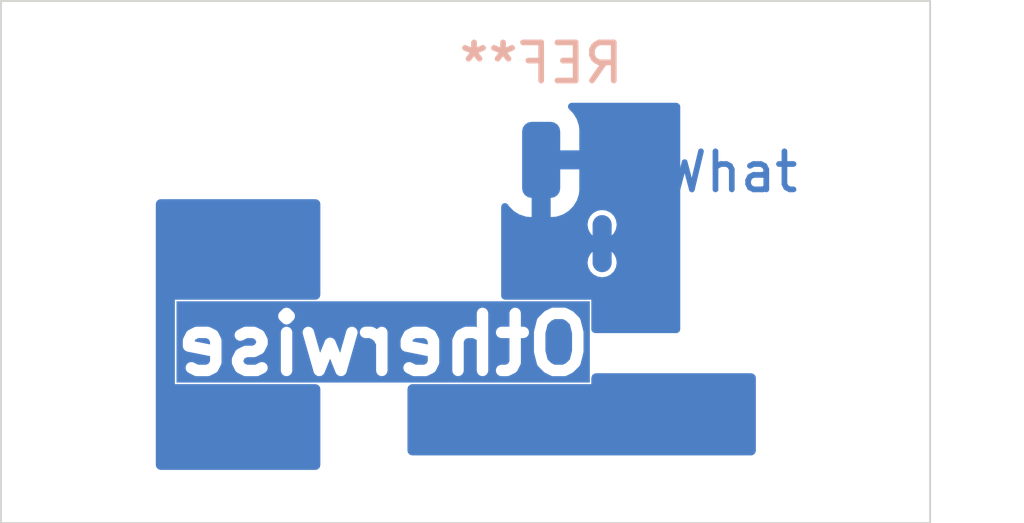
<source format=kicad_pcb>
(kicad_pcb (version 20221018) (generator pcbnew)
  (layers (0 "F.Cu" signal) (31 "B.Cu" signal) (34 "B.Paste" user) (35 "F.Paste" user) (36 "B.SilkS" user "B.Silkscreen") (37 "F.SilkS" user "F.Silkscreen") (38 "B.Mask" user) (39 "F.Mask" user) (44 "Edge.Cuts" user))
  (net 0 "")
  (net 1 "Test1")
  (net 2 "Test2")
  (net 3 "Test3")
  (footprint "Connector_Wire:SolderWirePad_1x01_SMD_1x2mm" (layer "B.Cu") (at 153.75 83.55 180)
    (fp_text reference "REF**" (at 0 2.54) (layer "B.SilkS") (effects (justify mirror)))
    (fp_text value "SolderWirePad_1x01_SMD_1x2mm")
    (pad "1" smd roundrect (at 0 0 180) (size 1 2) (layers "B.Cu" "B.Paste" "B.Mask") (net 3 "Test3"))
  )
  (footprint "NetTie:NetTie-2_SMD_Pad0.5mm" (layer "B.Cu") (at 155.35 85.75 -90)
    (fp_text reference "NT2" hide)
    (fp_text value "Net-Tie_2")
    (fp_poly (pts (xy -0.5 0.25) (xy 0.5 0.25) (xy 0.5 -0.25) (xy -0.5 -0.25)) (fill solid) (layer "B.Cu"))
    (pad "1" smd circle (at -0.5 0 270) (size 0.5 0.5) (layers "B.Cu") (net 1 "Test1"))
    (pad "2" smd circle (at 0.5 0 270) (size 0.5 0.5) (layers "B.Cu") (net 2 "Test2"))
  )
  (gr_rect (start 139.573 79.375) (end 163.957 93.091) (stroke (width 0.05)) (fill none) (layer "Edge.Cuts"))
  (gr_text "Otherwise" (at 155.194 89.281) (layer "B.Cu" knockout) (effects (font (size 1.5 1.5) (thickness 0.3) bold) (justify left bottom mirror)))
  (gr_text "What" (at 156.845 84.455) (layer "B.Cu") (effects (font (size 1 1)) (justify left bottom)))
  (zone (net 2) (net_name "Test2") (layer "B.Cu") (priority 2) (connect_pads (clearance 0.5)) (min_thickness 0.25) (fill yes (thermal_gap 0.5) (thermal_bridge_width 0.5) (island_removal_mode 1) (island_area_min 10))
    (polygon (pts (xy 143.637 84.582) (xy 147.955 84.582) (xy 147.955 91.694) (xy 143.637 91.694)))
  )
  (zone (net 3) (net_name "Test3") (layer "B.Cu") (connect_pads (clearance 0.127)) (min_thickness 0.2) (fill yes (thermal_gap 0.5) (thermal_bridge_width 0.5))
    (polygon (pts (xy 157.4 82.05) (xy 157.4 88.1) (xy 152.7 88.1) (xy 152.7 82.05)))
  )
  (zone (net 3) (net_name "Test3") (layer "B.Cu") (priority 1) (connect_pads (clearance 0.5)) (min_thickness 0.25) (fill yes (thermal_gap 0.5) (thermal_bridge_width 0.5) (island_removal_mode 1) (island_area_min 10))
    (polygon (pts (xy 159.385 89.154) (xy 150.241 89.154) (xy 150.241 91.313) (xy 159.385 91.313)))
  )
)
</source>
